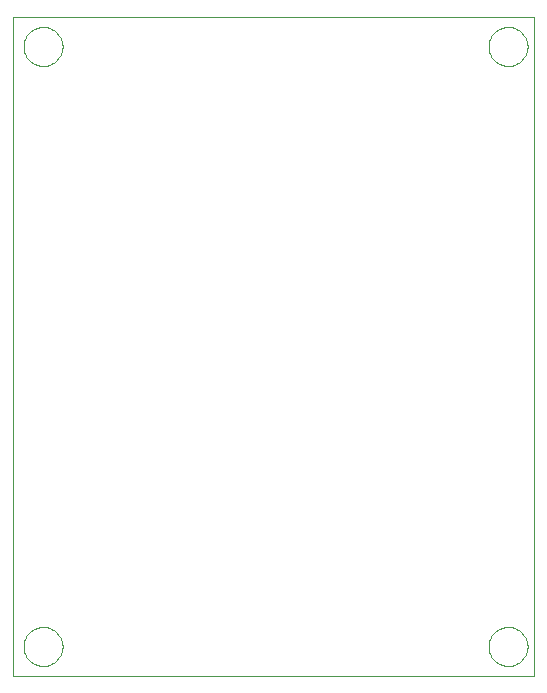
<source format=gko>
G75*
G70*
%OFA0B0*%
%FSLAX24Y24*%
%IPPOS*%
%LPD*%
%AMOC8*
5,1,8,0,0,1.08239X$1,22.5*
%
%ADD10C,0.0000*%
D10*
X000225Y000225D02*
X000225Y022221D01*
X017595Y022221D01*
X017595Y000225D01*
X000225Y000225D01*
X000575Y001225D02*
X000577Y001275D01*
X000583Y001325D01*
X000593Y001375D01*
X000606Y001423D01*
X000623Y001471D01*
X000644Y001517D01*
X000668Y001561D01*
X000696Y001603D01*
X000727Y001643D01*
X000761Y001680D01*
X000798Y001715D01*
X000837Y001746D01*
X000878Y001775D01*
X000922Y001800D01*
X000968Y001822D01*
X001015Y001840D01*
X001063Y001854D01*
X001112Y001865D01*
X001162Y001872D01*
X001212Y001875D01*
X001263Y001874D01*
X001313Y001869D01*
X001363Y001860D01*
X001411Y001848D01*
X001459Y001831D01*
X001505Y001811D01*
X001550Y001788D01*
X001593Y001761D01*
X001633Y001731D01*
X001671Y001698D01*
X001706Y001662D01*
X001739Y001623D01*
X001768Y001582D01*
X001794Y001539D01*
X001817Y001494D01*
X001836Y001447D01*
X001851Y001399D01*
X001863Y001350D01*
X001871Y001300D01*
X001875Y001250D01*
X001875Y001200D01*
X001871Y001150D01*
X001863Y001100D01*
X001851Y001051D01*
X001836Y001003D01*
X001817Y000956D01*
X001794Y000911D01*
X001768Y000868D01*
X001739Y000827D01*
X001706Y000788D01*
X001671Y000752D01*
X001633Y000719D01*
X001593Y000689D01*
X001550Y000662D01*
X001505Y000639D01*
X001459Y000619D01*
X001411Y000602D01*
X001363Y000590D01*
X001313Y000581D01*
X001263Y000576D01*
X001212Y000575D01*
X001162Y000578D01*
X001112Y000585D01*
X001063Y000596D01*
X001015Y000610D01*
X000968Y000628D01*
X000922Y000650D01*
X000878Y000675D01*
X000837Y000704D01*
X000798Y000735D01*
X000761Y000770D01*
X000727Y000807D01*
X000696Y000847D01*
X000668Y000889D01*
X000644Y000933D01*
X000623Y000979D01*
X000606Y001027D01*
X000593Y001075D01*
X000583Y001125D01*
X000577Y001175D01*
X000575Y001225D01*
X000575Y021225D02*
X000577Y021275D01*
X000583Y021325D01*
X000593Y021375D01*
X000606Y021423D01*
X000623Y021471D01*
X000644Y021517D01*
X000668Y021561D01*
X000696Y021603D01*
X000727Y021643D01*
X000761Y021680D01*
X000798Y021715D01*
X000837Y021746D01*
X000878Y021775D01*
X000922Y021800D01*
X000968Y021822D01*
X001015Y021840D01*
X001063Y021854D01*
X001112Y021865D01*
X001162Y021872D01*
X001212Y021875D01*
X001263Y021874D01*
X001313Y021869D01*
X001363Y021860D01*
X001411Y021848D01*
X001459Y021831D01*
X001505Y021811D01*
X001550Y021788D01*
X001593Y021761D01*
X001633Y021731D01*
X001671Y021698D01*
X001706Y021662D01*
X001739Y021623D01*
X001768Y021582D01*
X001794Y021539D01*
X001817Y021494D01*
X001836Y021447D01*
X001851Y021399D01*
X001863Y021350D01*
X001871Y021300D01*
X001875Y021250D01*
X001875Y021200D01*
X001871Y021150D01*
X001863Y021100D01*
X001851Y021051D01*
X001836Y021003D01*
X001817Y020956D01*
X001794Y020911D01*
X001768Y020868D01*
X001739Y020827D01*
X001706Y020788D01*
X001671Y020752D01*
X001633Y020719D01*
X001593Y020689D01*
X001550Y020662D01*
X001505Y020639D01*
X001459Y020619D01*
X001411Y020602D01*
X001363Y020590D01*
X001313Y020581D01*
X001263Y020576D01*
X001212Y020575D01*
X001162Y020578D01*
X001112Y020585D01*
X001063Y020596D01*
X001015Y020610D01*
X000968Y020628D01*
X000922Y020650D01*
X000878Y020675D01*
X000837Y020704D01*
X000798Y020735D01*
X000761Y020770D01*
X000727Y020807D01*
X000696Y020847D01*
X000668Y020889D01*
X000644Y020933D01*
X000623Y020979D01*
X000606Y021027D01*
X000593Y021075D01*
X000583Y021125D01*
X000577Y021175D01*
X000575Y021225D01*
X016075Y021225D02*
X016077Y021275D01*
X016083Y021325D01*
X016093Y021375D01*
X016106Y021423D01*
X016123Y021471D01*
X016144Y021517D01*
X016168Y021561D01*
X016196Y021603D01*
X016227Y021643D01*
X016261Y021680D01*
X016298Y021715D01*
X016337Y021746D01*
X016378Y021775D01*
X016422Y021800D01*
X016468Y021822D01*
X016515Y021840D01*
X016563Y021854D01*
X016612Y021865D01*
X016662Y021872D01*
X016712Y021875D01*
X016763Y021874D01*
X016813Y021869D01*
X016863Y021860D01*
X016911Y021848D01*
X016959Y021831D01*
X017005Y021811D01*
X017050Y021788D01*
X017093Y021761D01*
X017133Y021731D01*
X017171Y021698D01*
X017206Y021662D01*
X017239Y021623D01*
X017268Y021582D01*
X017294Y021539D01*
X017317Y021494D01*
X017336Y021447D01*
X017351Y021399D01*
X017363Y021350D01*
X017371Y021300D01*
X017375Y021250D01*
X017375Y021200D01*
X017371Y021150D01*
X017363Y021100D01*
X017351Y021051D01*
X017336Y021003D01*
X017317Y020956D01*
X017294Y020911D01*
X017268Y020868D01*
X017239Y020827D01*
X017206Y020788D01*
X017171Y020752D01*
X017133Y020719D01*
X017093Y020689D01*
X017050Y020662D01*
X017005Y020639D01*
X016959Y020619D01*
X016911Y020602D01*
X016863Y020590D01*
X016813Y020581D01*
X016763Y020576D01*
X016712Y020575D01*
X016662Y020578D01*
X016612Y020585D01*
X016563Y020596D01*
X016515Y020610D01*
X016468Y020628D01*
X016422Y020650D01*
X016378Y020675D01*
X016337Y020704D01*
X016298Y020735D01*
X016261Y020770D01*
X016227Y020807D01*
X016196Y020847D01*
X016168Y020889D01*
X016144Y020933D01*
X016123Y020979D01*
X016106Y021027D01*
X016093Y021075D01*
X016083Y021125D01*
X016077Y021175D01*
X016075Y021225D01*
X016075Y001225D02*
X016077Y001275D01*
X016083Y001325D01*
X016093Y001375D01*
X016106Y001423D01*
X016123Y001471D01*
X016144Y001517D01*
X016168Y001561D01*
X016196Y001603D01*
X016227Y001643D01*
X016261Y001680D01*
X016298Y001715D01*
X016337Y001746D01*
X016378Y001775D01*
X016422Y001800D01*
X016468Y001822D01*
X016515Y001840D01*
X016563Y001854D01*
X016612Y001865D01*
X016662Y001872D01*
X016712Y001875D01*
X016763Y001874D01*
X016813Y001869D01*
X016863Y001860D01*
X016911Y001848D01*
X016959Y001831D01*
X017005Y001811D01*
X017050Y001788D01*
X017093Y001761D01*
X017133Y001731D01*
X017171Y001698D01*
X017206Y001662D01*
X017239Y001623D01*
X017268Y001582D01*
X017294Y001539D01*
X017317Y001494D01*
X017336Y001447D01*
X017351Y001399D01*
X017363Y001350D01*
X017371Y001300D01*
X017375Y001250D01*
X017375Y001200D01*
X017371Y001150D01*
X017363Y001100D01*
X017351Y001051D01*
X017336Y001003D01*
X017317Y000956D01*
X017294Y000911D01*
X017268Y000868D01*
X017239Y000827D01*
X017206Y000788D01*
X017171Y000752D01*
X017133Y000719D01*
X017093Y000689D01*
X017050Y000662D01*
X017005Y000639D01*
X016959Y000619D01*
X016911Y000602D01*
X016863Y000590D01*
X016813Y000581D01*
X016763Y000576D01*
X016712Y000575D01*
X016662Y000578D01*
X016612Y000585D01*
X016563Y000596D01*
X016515Y000610D01*
X016468Y000628D01*
X016422Y000650D01*
X016378Y000675D01*
X016337Y000704D01*
X016298Y000735D01*
X016261Y000770D01*
X016227Y000807D01*
X016196Y000847D01*
X016168Y000889D01*
X016144Y000933D01*
X016123Y000979D01*
X016106Y001027D01*
X016093Y001075D01*
X016083Y001125D01*
X016077Y001175D01*
X016075Y001225D01*
M02*

</source>
